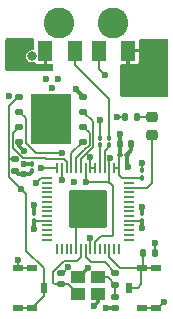
<source format=gtl>
G04 #@! TF.GenerationSoftware,KiCad,Pcbnew,(6.0.5-0)*
G04 #@! TF.CreationDate,2022-11-02T01:33:32-04:00*
G04 #@! TF.ProjectId,rp_ducky,72705f64-7563-46b7-992e-6b696361645f,rev?*
G04 #@! TF.SameCoordinates,Original*
G04 #@! TF.FileFunction,Copper,L1,Top*
G04 #@! TF.FilePolarity,Positive*
%FSLAX46Y46*%
G04 Gerber Fmt 4.6, Leading zero omitted, Abs format (unit mm)*
G04 Created by KiCad (PCBNEW (6.0.5-0)) date 2022-11-02 01:33:32*
%MOMM*%
%LPD*%
G01*
G04 APERTURE LIST*
G04 Aperture macros list*
%AMRoundRect*
0 Rectangle with rounded corners*
0 $1 Rounding radius*
0 $2 $3 $4 $5 $6 $7 $8 $9 X,Y pos of 4 corners*
0 Add a 4 corners polygon primitive as box body*
4,1,4,$2,$3,$4,$5,$6,$7,$8,$9,$2,$3,0*
0 Add four circle primitives for the rounded corners*
1,1,$1+$1,$2,$3*
1,1,$1+$1,$4,$5*
1,1,$1+$1,$6,$7*
1,1,$1+$1,$8,$9*
0 Add four rect primitives between the rounded corners*
20,1,$1+$1,$2,$3,$4,$5,0*
20,1,$1+$1,$4,$5,$6,$7,0*
20,1,$1+$1,$6,$7,$8,$9,0*
20,1,$1+$1,$8,$9,$2,$3,0*%
G04 Aperture macros list end*
G04 #@! TA.AperFunction,SMDPad,CuDef*
%ADD10RoundRect,0.100000X-0.100000X0.130000X-0.100000X-0.130000X0.100000X-0.130000X0.100000X0.130000X0*%
G04 #@! TD*
G04 #@! TA.AperFunction,SMDPad,CuDef*
%ADD11R,0.812800X0.508000*%
G04 #@! TD*
G04 #@! TA.AperFunction,SMDPad,CuDef*
%ADD12R,0.508000X0.889000*%
G04 #@! TD*
G04 #@! TA.AperFunction,SMDPad,CuDef*
%ADD13RoundRect,0.218750X-0.256250X0.218750X-0.256250X-0.218750X0.256250X-0.218750X0.256250X0.218750X0*%
G04 #@! TD*
G04 #@! TA.AperFunction,SMDPad,CuDef*
%ADD14RoundRect,0.125000X-0.250000X-0.125000X0.250000X-0.125000X0.250000X0.125000X-0.250000X0.125000X0*%
G04 #@! TD*
G04 #@! TA.AperFunction,SMDPad,CuDef*
%ADD15R,3.400000X4.300000*%
G04 #@! TD*
G04 #@! TA.AperFunction,SMDPad,CuDef*
%ADD16RoundRect,0.100000X0.100000X-0.130000X0.100000X0.130000X-0.100000X0.130000X-0.100000X-0.130000X0*%
G04 #@! TD*
G04 #@! TA.AperFunction,SMDPad,CuDef*
%ADD17RoundRect,0.100000X0.130000X0.100000X-0.130000X0.100000X-0.130000X-0.100000X0.130000X-0.100000X0*%
G04 #@! TD*
G04 #@! TA.AperFunction,SMDPad,CuDef*
%ADD18R,1.150000X1.000000*%
G04 #@! TD*
G04 #@! TA.AperFunction,SMDPad,CuDef*
%ADD19RoundRect,0.140000X0.170000X-0.140000X0.170000X0.140000X-0.170000X0.140000X-0.170000X-0.140000X0*%
G04 #@! TD*
G04 #@! TA.AperFunction,SMDPad,CuDef*
%ADD20RoundRect,0.050000X-0.387500X-0.050000X0.387500X-0.050000X0.387500X0.050000X-0.387500X0.050000X0*%
G04 #@! TD*
G04 #@! TA.AperFunction,SMDPad,CuDef*
%ADD21RoundRect,0.050000X-0.050000X-0.387500X0.050000X-0.387500X0.050000X0.387500X-0.050000X0.387500X0*%
G04 #@! TD*
G04 #@! TA.AperFunction,SMDPad,CuDef*
%ADD22RoundRect,0.144000X-1.456000X-1.456000X1.456000X-1.456000X1.456000X1.456000X-1.456000X1.456000X0*%
G04 #@! TD*
G04 #@! TA.AperFunction,ComponentPad*
%ADD23C,0.600000*%
G04 #@! TD*
G04 #@! TA.AperFunction,SMDPad,CuDef*
%ADD24RoundRect,0.135000X0.135000X0.185000X-0.135000X0.185000X-0.135000X-0.185000X0.135000X-0.185000X0*%
G04 #@! TD*
G04 #@! TA.AperFunction,SMDPad,CuDef*
%ADD25RoundRect,0.135000X0.185000X-0.135000X0.185000X0.135000X-0.185000X0.135000X-0.185000X-0.135000X0*%
G04 #@! TD*
G04 #@! TA.AperFunction,SMDPad,CuDef*
%ADD26RoundRect,0.140000X-0.170000X0.140000X-0.170000X-0.140000X0.170000X-0.140000X0.170000X0.140000X0*%
G04 #@! TD*
G04 #@! TA.AperFunction,SMDPad,CuDef*
%ADD27RoundRect,0.140000X0.140000X0.170000X-0.140000X0.170000X-0.140000X-0.170000X0.140000X-0.170000X0*%
G04 #@! TD*
G04 #@! TA.AperFunction,SMDPad,CuDef*
%ADD28RoundRect,0.135000X-0.185000X0.135000X-0.185000X-0.135000X0.185000X-0.135000X0.185000X0.135000X0*%
G04 #@! TD*
G04 #@! TA.AperFunction,SMDPad,CuDef*
%ADD29R,1.300000X1.700000*%
G04 #@! TD*
G04 #@! TA.AperFunction,ComponentPad*
%ADD30C,2.600000*%
G04 #@! TD*
G04 #@! TA.AperFunction,ViaPad*
%ADD31C,0.600000*%
G04 #@! TD*
G04 #@! TA.AperFunction,ViaPad*
%ADD32C,0.800000*%
G04 #@! TD*
G04 #@! TA.AperFunction,Conductor*
%ADD33C,0.200000*%
G04 #@! TD*
G04 #@! TA.AperFunction,Conductor*
%ADD34C,0.150000*%
G04 #@! TD*
G04 #@! TA.AperFunction,Conductor*
%ADD35C,0.300000*%
G04 #@! TD*
G04 APERTURE END LIST*
D10*
X91700000Y-54750000D03*
X91700000Y-55390000D03*
D11*
X81150001Y-62999998D03*
D12*
X83399999Y-64700000D03*
D11*
X81150001Y-66400002D03*
X82349999Y-66400002D03*
X82349999Y-62999998D03*
D13*
X92550000Y-50182500D03*
X92550000Y-51757500D03*
D14*
X81300000Y-48495000D03*
X81300000Y-49765000D03*
X81300000Y-51035000D03*
X81300000Y-52305000D03*
X86700000Y-52305000D03*
X86700000Y-51035000D03*
X86700000Y-49765000D03*
X86700000Y-48495000D03*
D15*
X84000000Y-50400000D03*
D16*
X88900000Y-52620000D03*
X88900000Y-51980000D03*
D17*
X90420000Y-53400000D03*
X89780000Y-53400000D03*
D18*
X86225000Y-65200000D03*
X87975000Y-65200000D03*
X87975000Y-63800000D03*
X86225000Y-63800000D03*
D10*
X82400000Y-54180000D03*
X82400000Y-54820000D03*
X82495000Y-58365000D03*
X82495000Y-59005000D03*
D19*
X89400000Y-66380000D03*
X89400000Y-65420000D03*
D20*
X83662500Y-55400000D03*
X83662500Y-55800000D03*
X83662500Y-56200000D03*
X83662500Y-56600000D03*
X83662500Y-57000000D03*
X83662500Y-57400000D03*
X83662500Y-57800000D03*
X83662500Y-58200000D03*
X83662500Y-58600000D03*
X83662500Y-59000000D03*
X83662500Y-59400000D03*
X83662500Y-59800000D03*
X83662500Y-60200000D03*
X83662500Y-60600000D03*
D21*
X84500000Y-61437500D03*
X84900000Y-61437500D03*
X85300000Y-61437500D03*
X85700000Y-61437500D03*
X86100000Y-61437500D03*
X86500000Y-61437500D03*
X86900000Y-61437500D03*
X87300000Y-61437500D03*
X87700000Y-61437500D03*
X88100000Y-61437500D03*
X88500000Y-61437500D03*
X88900000Y-61437500D03*
X89300000Y-61437500D03*
X89700000Y-61437500D03*
D20*
X90537500Y-60600000D03*
X90537500Y-60200000D03*
X90537500Y-59800000D03*
X90537500Y-59400000D03*
X90537500Y-59000000D03*
X90537500Y-58600000D03*
X90537500Y-58200000D03*
X90537500Y-57800000D03*
X90537500Y-57400000D03*
X90537500Y-57000000D03*
X90537500Y-56600000D03*
X90537500Y-56200000D03*
X90537500Y-55800000D03*
X90537500Y-55400000D03*
D21*
X89700000Y-54562500D03*
X89300000Y-54562500D03*
X88900000Y-54562500D03*
X88500000Y-54562500D03*
X88100000Y-54562500D03*
X87700000Y-54562500D03*
X87300000Y-54562500D03*
X86900000Y-54562500D03*
X86500000Y-54562500D03*
X86100000Y-54562500D03*
X85700000Y-54562500D03*
X85300000Y-54562500D03*
X84900000Y-54562500D03*
X84500000Y-54562500D03*
D22*
X87100000Y-58000000D03*
D23*
X85825000Y-58000000D03*
X88375000Y-59275000D03*
X88375000Y-58000000D03*
X85825000Y-56725000D03*
X88375000Y-56725000D03*
X87100000Y-56725000D03*
X87100000Y-59275000D03*
X87100000Y-58000000D03*
X85825000Y-59275000D03*
D11*
X92849999Y-66400002D03*
X91650001Y-62999998D03*
X92849999Y-62999998D03*
D12*
X90600001Y-64700000D03*
D11*
X91650001Y-66400002D03*
D24*
X92760000Y-61700000D03*
X91740000Y-61700000D03*
D25*
X89400000Y-64410000D03*
X89400000Y-63390000D03*
D10*
X91700000Y-58380000D03*
X91700000Y-59020000D03*
D26*
X84800000Y-63420000D03*
X84800000Y-64380000D03*
D16*
X88100000Y-52620000D03*
X88100000Y-51980000D03*
D27*
X90780000Y-52500000D03*
X89820000Y-52500000D03*
D28*
X80900000Y-53790000D03*
X80900000Y-54810000D03*
D29*
X83500000Y-44595000D03*
X86000000Y-44595000D03*
X88000000Y-44595000D03*
X90500000Y-44595000D03*
D30*
X89250000Y-42245000D03*
X84650000Y-42245000D03*
D24*
X91260000Y-50182500D03*
X90240000Y-50182500D03*
D31*
X91500000Y-46620000D03*
X87100000Y-63030000D03*
X89560000Y-50182500D03*
X85950000Y-55750000D03*
X91500000Y-47870000D03*
X84000000Y-51500000D03*
D32*
X82350000Y-45070000D03*
D31*
X87625000Y-66205000D03*
X92750000Y-47870000D03*
X82495000Y-57685000D03*
X85150000Y-49130000D03*
X88585000Y-66380000D03*
X81150000Y-62335000D03*
X91700000Y-54110000D03*
X84000000Y-50500000D03*
X92750000Y-44120000D03*
X81700000Y-53100000D03*
X81680000Y-54180000D03*
X90450000Y-54470000D03*
X92750000Y-46620000D03*
X84000000Y-49500000D03*
X93550000Y-65860000D03*
X91700000Y-57800000D03*
X85420000Y-62960000D03*
X80440000Y-48480000D03*
X92750000Y-45370000D03*
X81950000Y-44170000D03*
X80950000Y-44170000D03*
X80950000Y-45070000D03*
X89800000Y-51700000D03*
X92750000Y-60870000D03*
X91700000Y-59600000D03*
X84550000Y-47020000D03*
X83550000Y-47020000D03*
X87300000Y-53650000D03*
X87300000Y-60500000D03*
X82695000Y-55835000D03*
X81700000Y-55050000D03*
X82495000Y-59695000D03*
X84050000Y-47770000D03*
X86080000Y-47870000D03*
X89000000Y-53700000D03*
X86900000Y-55750000D03*
X83160000Y-54560000D03*
X81467500Y-56327500D03*
X88500000Y-46660000D03*
X88100000Y-50510000D03*
X84890723Y-53300980D03*
X84900000Y-55550000D03*
D33*
X86100000Y-59550000D02*
X85825000Y-59275000D01*
D34*
X92849999Y-66400002D02*
X93009998Y-66400002D01*
D35*
X91700000Y-57800000D02*
X91700000Y-58380000D01*
D34*
X92849999Y-66400002D02*
X91650001Y-66400002D01*
D33*
X89560000Y-50182500D02*
X90240000Y-50182500D01*
X81150000Y-62335000D02*
X81150001Y-62999998D01*
D34*
X93009998Y-66400002D02*
X93550000Y-65860000D01*
D33*
X86100000Y-61437500D02*
X86100000Y-59550000D01*
D34*
X81150001Y-62999998D02*
X82349999Y-62999998D01*
D35*
X86330000Y-63800000D02*
X87100000Y-63030000D01*
D34*
X84960000Y-63420000D02*
X85420000Y-62960000D01*
D35*
X86225000Y-63800000D02*
X86330000Y-63800000D01*
X90420000Y-54440000D02*
X90450000Y-54470000D01*
X81300000Y-52305000D02*
X81300000Y-52700000D01*
X82400000Y-54180000D02*
X81680000Y-54180000D01*
D33*
X91700000Y-54750000D02*
X91700000Y-54110000D01*
D35*
X89400000Y-66380000D02*
X88585000Y-66380000D01*
X90780000Y-52500000D02*
X90780000Y-53040000D01*
D34*
X84800000Y-63420000D02*
X84960000Y-63420000D01*
D35*
X87975000Y-65855000D02*
X87625000Y-66205000D01*
X82495000Y-58365000D02*
X82495000Y-57685000D01*
X90420000Y-53400000D02*
X90420000Y-54440000D01*
X87975000Y-65200000D02*
X87975000Y-65855000D01*
X81300000Y-52700000D02*
X81700000Y-53100000D01*
X90780000Y-53040000D02*
X90420000Y-53400000D01*
D33*
X83130000Y-55400000D02*
X82695000Y-55835000D01*
D35*
X89800000Y-52480000D02*
X89820000Y-52500000D01*
D33*
X89700000Y-54562500D02*
X89700000Y-53480000D01*
X91680000Y-59000000D02*
X91700000Y-59020000D01*
X91690000Y-55400000D02*
X91700000Y-55390000D01*
D35*
X89780000Y-52540000D02*
X89820000Y-52500000D01*
X81140000Y-55050000D02*
X80900000Y-54810000D01*
D33*
X89300000Y-54562500D02*
X89700000Y-54562500D01*
D35*
X82495000Y-59005000D02*
X82495000Y-59645000D01*
D34*
X92760000Y-61670000D02*
X92760000Y-60870000D01*
D33*
X90537500Y-59000000D02*
X91680000Y-59000000D01*
X90000000Y-55400000D02*
X89700000Y-55100000D01*
D35*
X81700000Y-55050000D02*
X82170000Y-55050000D01*
D33*
X87300000Y-53750000D02*
X87300000Y-53650000D01*
D35*
X91700000Y-59020000D02*
X91700000Y-59600000D01*
D33*
X90537500Y-55400000D02*
X90000000Y-55400000D01*
D35*
X86700000Y-48495000D02*
X86700000Y-48490000D01*
X81700000Y-55050000D02*
X81140000Y-55050000D01*
D33*
X89700000Y-55100000D02*
X89700000Y-54562500D01*
X83662500Y-55400000D02*
X83130000Y-55400000D01*
X87700000Y-54562500D02*
X87300000Y-54562500D01*
D35*
X89780000Y-53400000D02*
X89780000Y-52540000D01*
D33*
X82500000Y-59000000D02*
X82495000Y-59005000D01*
X90537500Y-55400000D02*
X91690000Y-55400000D01*
X87300000Y-61437500D02*
X87300000Y-60500000D01*
X89700000Y-53480000D02*
X89780000Y-53400000D01*
D35*
X82170000Y-55050000D02*
X82400000Y-54820000D01*
D33*
X83662500Y-59000000D02*
X82500000Y-59000000D01*
X87300000Y-54562500D02*
X87300000Y-53750000D01*
D35*
X89800000Y-51700000D02*
X89800000Y-52480000D01*
X86700000Y-48490000D02*
X86080000Y-47870000D01*
D33*
X89140000Y-60270000D02*
X89180000Y-60230000D01*
X87700000Y-61437500D02*
X87700000Y-60806416D01*
X89180000Y-60230000D02*
X89180000Y-56080000D01*
X86900000Y-55750000D02*
X88850000Y-55750000D01*
X88900000Y-53800000D02*
X89000000Y-53700000D01*
X88900000Y-54562500D02*
X88900000Y-55800000D01*
X88236416Y-60270000D02*
X89140000Y-60270000D01*
X88900000Y-54562500D02*
X88900000Y-53800000D01*
X89180000Y-56080000D02*
X88950000Y-55850000D01*
X87700000Y-60806416D02*
X88236416Y-60270000D01*
X88900000Y-55800000D02*
X88950000Y-55850000D01*
X86900000Y-55750000D02*
X86900000Y-54562500D01*
X88950000Y-55850000D02*
X88850000Y-55750000D01*
D34*
X83162500Y-54562500D02*
X83160000Y-54560000D01*
X81467500Y-56327500D02*
X80400000Y-55260000D01*
X81150001Y-66400002D02*
X82349999Y-66400002D01*
X81300000Y-48495000D02*
X81205000Y-48495000D01*
X80400000Y-49300000D02*
X80400000Y-53810000D01*
X80900000Y-53790000D02*
X80420000Y-53790000D01*
X81890000Y-61530577D02*
X81890000Y-56750000D01*
X81890000Y-56750000D02*
X81467500Y-56327500D01*
X80400000Y-55260000D02*
X80400000Y-53810000D01*
X84500000Y-54562500D02*
X83162500Y-54562500D01*
X83399999Y-64700000D02*
X83399999Y-63040576D01*
X80420000Y-53790000D02*
X80400000Y-53810000D01*
X81205000Y-48495000D02*
X80400000Y-49300000D01*
X83399999Y-65350002D02*
X83399999Y-64700000D01*
X83399999Y-63040576D02*
X81890000Y-61530577D01*
X82349999Y-66400002D02*
X83399999Y-65350002D01*
X90600001Y-64700000D02*
X91320000Y-64700000D01*
X88900000Y-62110000D02*
X89789998Y-62999998D01*
X91320000Y-64700000D02*
X91619879Y-64400121D01*
X89789998Y-62999998D02*
X91650001Y-62999998D01*
X91740000Y-62909999D02*
X91650001Y-62999998D01*
X91740000Y-61670000D02*
X91740000Y-62909999D01*
X91619879Y-64400121D02*
X91619879Y-63030120D01*
X91619879Y-63030120D02*
X91650001Y-62999998D01*
X92849999Y-62999998D02*
X91650001Y-62999998D01*
X88900000Y-61437500D02*
X88900000Y-62110000D01*
X88900000Y-48720000D02*
X86000000Y-45820000D01*
X86000000Y-45820000D02*
X86000000Y-44595000D01*
X88900000Y-51980000D02*
X88900000Y-48720000D01*
X88000000Y-46160000D02*
X88000000Y-44595000D01*
X88100000Y-50510000D02*
X88100000Y-51980000D01*
X88500000Y-46660000D02*
X88000000Y-46160000D01*
X85055202Y-62410000D02*
X86190000Y-62410000D01*
X86190000Y-62410000D02*
X86500000Y-62100000D01*
X84140000Y-64250000D02*
X84140000Y-63325202D01*
X84800000Y-64380000D02*
X84270000Y-64380000D01*
X84270000Y-64380000D02*
X84140000Y-64250000D01*
X84800000Y-64380000D02*
X85405000Y-64380000D01*
X85405000Y-64380000D02*
X86225000Y-65200000D01*
X84140000Y-63325202D02*
X85055202Y-62410000D01*
X86500000Y-62100000D02*
X86500000Y-61437500D01*
X89400000Y-64410000D02*
X88790000Y-63800000D01*
X89400000Y-64410000D02*
X89400000Y-65420000D01*
X88790000Y-63800000D02*
X87975000Y-63800000D01*
X87340000Y-62500000D02*
X86900000Y-62060000D01*
X89400000Y-63390000D02*
X88510000Y-62500000D01*
X88510000Y-62500000D02*
X87340000Y-62500000D01*
X86900000Y-62060000D02*
X86900000Y-61437500D01*
X88100000Y-52620000D02*
X88100000Y-54562500D01*
X88500000Y-53120000D02*
X89000000Y-52620000D01*
X88500000Y-54562500D02*
X88500000Y-53120000D01*
X81300000Y-49765000D02*
X81849520Y-50314520D01*
X81849520Y-52448542D02*
X82701958Y-53300980D01*
X81849520Y-50314520D02*
X81849520Y-52448542D01*
X82701958Y-53300980D02*
X84890723Y-53300980D01*
X84900000Y-55550000D02*
X84900000Y-54562500D01*
X85300000Y-54000000D02*
X85075480Y-53775480D01*
X83515489Y-53705489D02*
X81634428Y-53705489D01*
X83585480Y-53775480D02*
X83515489Y-53705489D01*
X80750480Y-52821541D02*
X80750480Y-51584520D01*
X85075480Y-53775480D02*
X83585480Y-53775480D01*
X80750480Y-51584520D02*
X81300000Y-51035000D01*
X85300000Y-54562500D02*
X85300000Y-54000000D01*
X81634428Y-53705489D02*
X80750480Y-52821541D01*
X85700000Y-53305000D02*
X85700000Y-54562500D01*
X86700000Y-52305000D02*
X85700000Y-53305000D01*
X86800000Y-53000000D02*
X86100000Y-53700000D01*
X87249520Y-51584520D02*
X87249520Y-52554065D01*
X87249520Y-52554065D02*
X86803585Y-53000000D01*
X86100000Y-53700000D02*
X86100000Y-54562500D01*
X86803585Y-53000000D02*
X86800000Y-53000000D01*
X86700000Y-51035000D02*
X87249520Y-51584520D01*
X87499040Y-50564040D02*
X87499040Y-52750960D01*
X87499040Y-52750960D02*
X86500000Y-53750000D01*
X86500000Y-53750000D02*
X86500000Y-54562500D01*
X86700000Y-49765000D02*
X87499040Y-50564040D01*
D33*
X91260000Y-50182500D02*
X92550000Y-50182500D01*
X90537500Y-56200000D02*
X92120000Y-56200000D01*
X92550000Y-55770000D02*
X92550000Y-51757500D01*
X92120000Y-56200000D02*
X92550000Y-55770000D01*
G04 #@! TA.AperFunction,Conductor*
G36*
X82512184Y-43588907D02*
G01*
X82548148Y-43638407D01*
X82552327Y-43680464D01*
X82550332Y-43697577D01*
X82550000Y-43703292D01*
X82550000Y-44474743D01*
X82531093Y-44532934D01*
X82481593Y-44568898D01*
X82436368Y-44572656D01*
X82431497Y-44571928D01*
X82424739Y-44569907D01*
X82344862Y-44569419D01*
X82288427Y-44569074D01*
X82288426Y-44569074D01*
X82281376Y-44569031D01*
X82274599Y-44570968D01*
X82274598Y-44570968D01*
X82150309Y-44606490D01*
X82150307Y-44606491D01*
X82143529Y-44608428D01*
X82022280Y-44684930D01*
X82017613Y-44690214D01*
X82017611Y-44690216D01*
X81932044Y-44787103D01*
X81932042Y-44787105D01*
X81927377Y-44792388D01*
X81866447Y-44922163D01*
X81844391Y-45063823D01*
X81862980Y-45205979D01*
X81920720Y-45337203D01*
X81933792Y-45352754D01*
X82008431Y-45441549D01*
X82008434Y-45441551D01*
X82012970Y-45446948D01*
X82132313Y-45526390D01*
X82220305Y-45553880D01*
X82262425Y-45567039D01*
X82262426Y-45567039D01*
X82269157Y-45569142D01*
X82340828Y-45570456D01*
X82405445Y-45571641D01*
X82405447Y-45571641D01*
X82412499Y-45571770D01*
X82478118Y-45553880D01*
X82539231Y-45556815D01*
X82586949Y-45595112D01*
X82594634Y-45609208D01*
X82594770Y-45609515D01*
X82604946Y-45624321D01*
X82671108Y-45690367D01*
X82685931Y-45700517D01*
X82772980Y-45739000D01*
X82787185Y-45742873D01*
X82802580Y-45744668D01*
X82808292Y-45745000D01*
X83334320Y-45745000D01*
X83347005Y-45740878D01*
X83350000Y-45736757D01*
X83350000Y-44544000D01*
X83368907Y-44485809D01*
X83418407Y-44449845D01*
X83449000Y-44445000D01*
X83551000Y-44445000D01*
X83609191Y-44463907D01*
X83645155Y-44513407D01*
X83650000Y-44544000D01*
X83650000Y-45729320D01*
X83654122Y-45742005D01*
X83658243Y-45745000D01*
X84051000Y-45745000D01*
X84109191Y-45763907D01*
X84145155Y-45813407D01*
X84150000Y-45844000D01*
X84150000Y-46201000D01*
X84131093Y-46259191D01*
X84081593Y-46295155D01*
X84051000Y-46300000D01*
X80199500Y-46300000D01*
X80141309Y-46281093D01*
X80105345Y-46231593D01*
X80100500Y-46201000D01*
X80100500Y-43669000D01*
X80119407Y-43610809D01*
X80168907Y-43574845D01*
X80199500Y-43570000D01*
X82453993Y-43570000D01*
X82512184Y-43588907D01*
G37*
G04 #@! TD.AperFunction*
G04 #@! TA.AperFunction,Conductor*
G36*
X93858691Y-43618907D02*
G01*
X93894655Y-43668407D01*
X93899500Y-43699000D01*
X93899500Y-48441000D01*
X93880593Y-48499191D01*
X93831093Y-48535155D01*
X93800500Y-48540000D01*
X89949000Y-48540000D01*
X89890809Y-48521093D01*
X89854845Y-48471593D01*
X89850000Y-48441000D01*
X89850000Y-45844000D01*
X89868907Y-45785809D01*
X89918407Y-45749845D01*
X89949000Y-45745000D01*
X90334320Y-45745000D01*
X90347005Y-45740878D01*
X90350000Y-45736757D01*
X90350000Y-45729320D01*
X90650000Y-45729320D01*
X90654122Y-45742005D01*
X90658243Y-45745000D01*
X91191639Y-45745000D01*
X91197485Y-45744654D01*
X91213353Y-45742766D01*
X91227519Y-45738872D01*
X91314514Y-45700230D01*
X91329321Y-45690054D01*
X91395367Y-45623892D01*
X91405517Y-45609069D01*
X91444000Y-45522020D01*
X91447873Y-45507815D01*
X91449668Y-45492420D01*
X91450000Y-45486708D01*
X91450000Y-44760680D01*
X91445878Y-44747995D01*
X91441757Y-44745000D01*
X90665680Y-44745000D01*
X90652995Y-44749122D01*
X90650000Y-44753243D01*
X90650000Y-45729320D01*
X90350000Y-45729320D01*
X90350000Y-44544000D01*
X90368907Y-44485809D01*
X90418407Y-44449845D01*
X90449000Y-44445000D01*
X91434320Y-44445000D01*
X91447005Y-44440878D01*
X91450000Y-44436757D01*
X91450000Y-43700426D01*
X91451234Y-43700426D01*
X91465540Y-43645620D01*
X91512840Y-43606807D01*
X91548916Y-43600000D01*
X93800500Y-43600000D01*
X93858691Y-43618907D01*
G37*
G04 #@! TD.AperFunction*
M02*

</source>
